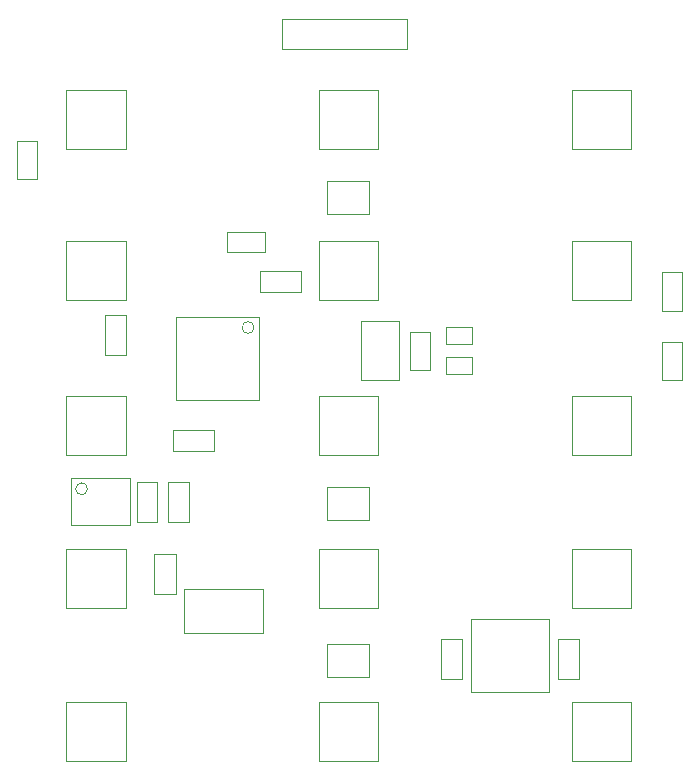
<source format=gbr>
%TF.GenerationSoftware,Altium Limited,Altium Designer,20.0.9 (164)*%
G04 Layer_Color=16711935*
%FSLAX26Y26*%
%MOIN*%
%TF.FileFunction,Other,Mechanical_13*%
%TF.Part,Single*%
G01*
G75*
%TA.AperFunction,NonConductor*%
%ADD76C,0.003937*%
D76*
X2141575Y2055827D02*
G03*
X2141575Y2055827I-19685J0D01*
G01*
X1586693Y1518307D02*
G03*
X1586693Y1518307I-19685J0D01*
G01*
X1809567Y1301929D02*
X1880433D01*
X1809567Y1168071D02*
X1880433D01*
X1809567D02*
Y1301929D01*
X1880433Y1168071D02*
Y1301929D01*
X2865079Y1085709D02*
X3124921D01*
X2865079Y841614D02*
X3124921D01*
X2865079D02*
Y1085709D01*
X3124921Y841614D02*
Y1085709D01*
X3225433Y883071D02*
Y1016929D01*
X3154567Y883071D02*
Y1016929D01*
Y883071D02*
X3225433D01*
X3154567Y1016929D02*
X3225433D01*
X2384134Y889882D02*
Y1000118D01*
X2525866Y889882D02*
Y1000118D01*
X2384134Y889882D02*
X2525866D01*
X2384134Y1000118D02*
X2525866D01*
X2384134Y1414882D02*
Y1525118D01*
X2525866Y1414882D02*
Y1525118D01*
X2384134Y1414882D02*
X2525866D01*
X2384134Y1525118D02*
X2525866D01*
Y2434882D02*
Y2545118D01*
X2384134Y2434882D02*
Y2545118D01*
X2525866D01*
X2384134Y2434882D02*
X2525866D01*
X1352520Y2551024D02*
Y2678976D01*
X1417480Y2551024D02*
Y2678976D01*
X1352520D02*
X1417480D01*
X1352520Y2551024D02*
X1417480D01*
X1908110Y1182835D02*
X2171890D01*
X1908110Y1037165D02*
X2171890D01*
X1908110D02*
Y1182835D01*
X2171890Y1037165D02*
Y1182835D01*
X2764567Y1016929D02*
X2835433D01*
X2764567Y883071D02*
X2835433D01*
X2764567D02*
Y1016929D01*
X2835433Y883071D02*
Y1016929D01*
X3201575Y2651614D02*
Y2848465D01*
X3398425D01*
X3201575Y2651614D02*
X3398425D01*
Y2848465D01*
X2359075Y2651614D02*
Y2848465D01*
X2555925D01*
X2359075Y2651614D02*
X2555925D01*
Y2848465D01*
X1516575Y2651614D02*
Y2848465D01*
X1713425D01*
X1516575Y2651614D02*
X1713425D01*
Y2848465D01*
X3201575Y2146575D02*
Y2343425D01*
X3398425D01*
X3201575Y2146575D02*
X3398425D01*
Y2343425D01*
X2359075Y2146575D02*
Y2343425D01*
X2555925D01*
X2359075Y2146575D02*
X2555925D01*
Y2343425D01*
X1516575Y2146575D02*
Y2343425D01*
X1713425D01*
X1516575Y2146575D02*
X1713425D01*
Y2343425D01*
X3201575Y1631594D02*
Y1828445D01*
X3398425D01*
X3201575Y1631594D02*
X3398425D01*
Y1828445D01*
X2359075Y1631594D02*
Y1828445D01*
X2555925D01*
X2359075Y1631594D02*
X2555925D01*
Y1828445D01*
X1516575Y1631594D02*
Y1828445D01*
X1713425D01*
X1516575Y1631594D02*
X1713425D01*
Y1828445D01*
X3201575Y1121585D02*
Y1318435D01*
X3398425D01*
X3201575Y1121585D02*
X3398425D01*
Y1318435D01*
X2359075Y1121585D02*
Y1318435D01*
X2555925D01*
X2359075Y1121585D02*
X2555925D01*
Y1318435D01*
X1516575Y1121585D02*
Y1318435D01*
X1713425D01*
X1516575Y1121585D02*
X1713425D01*
Y1318435D01*
X3201575Y611575D02*
Y808425D01*
X3398425D01*
X3201575Y611575D02*
X3398425D01*
Y808425D01*
X2359075Y611575D02*
Y808425D01*
X2555925D01*
X2359075Y611575D02*
X2555925D01*
Y808425D01*
X1516575Y611575D02*
Y808425D01*
X1713425D01*
X1516575Y611575D02*
X1713425D01*
Y808425D01*
X2651232Y2985000D02*
Y3085000D01*
X2236271Y2985000D02*
X2651232D01*
X2236271D02*
Y3085000D01*
X2651232D01*
X1881732Y1815669D02*
X2157323D01*
X1881732Y2091260D02*
X2157323D01*
X1881732Y1815669D02*
Y2091260D01*
X2157323Y1815669D02*
Y2091260D01*
X3501535Y2007992D02*
X3568465D01*
X3501535Y1882008D02*
X3568465D01*
X3501535D02*
Y2007992D01*
X3568465Y1882008D02*
Y2007992D01*
X1925433Y1408071D02*
Y1541929D01*
X1854567Y1408071D02*
Y1541929D01*
Y1408071D02*
X1925433D01*
X1854567Y1541929D02*
X1925433D01*
X1873071Y1715433D02*
X2006929D01*
X1873071Y1644567D02*
X2006929D01*
Y1715433D01*
X1873071Y1644567D02*
Y1715433D01*
X2497480Y2077598D02*
X2623465D01*
X2497480Y1880748D02*
X2623465D01*
Y2077598D01*
X2497480Y1880748D02*
Y2077598D01*
X2163071Y2174567D02*
X2296929D01*
X2163071Y2245433D02*
X2296929D01*
X2163071Y2174567D02*
Y2245433D01*
X2296929Y2174567D02*
Y2245433D01*
X1715433Y1963071D02*
Y2096929D01*
X1644567Y1963071D02*
Y2096929D01*
Y1963071D02*
X1715433D01*
X1644567Y2096929D02*
X1715433D01*
X3501535Y2110039D02*
X3568465D01*
X3501535Y2239961D02*
X3568465D01*
Y2110039D02*
Y2239961D01*
X3501535Y2110039D02*
Y2239961D01*
X2050039Y2306535D02*
Y2373465D01*
X2179961Y2306535D02*
Y2373465D01*
X2050039Y2306535D02*
X2179961D01*
X2050039Y2373465D02*
X2179961D01*
X2782165Y1899921D02*
X2868780D01*
X2782165Y1957008D02*
X2868780D01*
X2782165Y1899921D02*
Y1957008D01*
X2868780Y1899921D02*
Y1957008D01*
X1728425Y1396260D02*
Y1553740D01*
X1531575Y1396260D02*
Y1553740D01*
Y1396260D02*
X1728425D01*
X1531575Y1553740D02*
X1728425D01*
X2662992Y2042441D02*
X2727953D01*
X2662992Y1914488D02*
X2727953D01*
X2662992D02*
Y2042441D01*
X2727953Y1914488D02*
Y2042441D01*
X1819449Y1409055D02*
Y1540945D01*
X1750551Y1409055D02*
Y1540945D01*
Y1409055D02*
X1819449D01*
X1750551Y1540945D02*
X1819449D01*
X2782165Y1999921D02*
X2868780D01*
X2782165Y2057008D02*
X2868780D01*
X2782165Y1999921D02*
Y2057008D01*
X2868780Y1999921D02*
Y2057008D01*
%TF.MD5,0c4dcb1a2904cd06c762f23598df9a06*%
M02*

</source>
